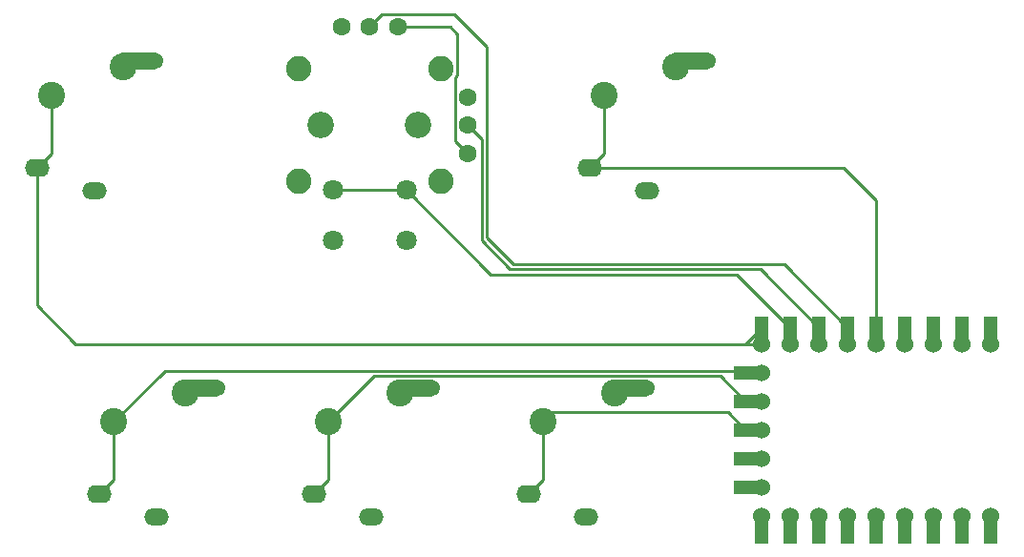
<source format=gbr>
%TF.GenerationSoftware,KiCad,Pcbnew,7.0.8*%
%TF.CreationDate,2024-01-07T19:03:19+09:00*%
%TF.ProjectId,coolpad29,636f6f6c-7061-4643-9239-2e6b69636164,rev?*%
%TF.SameCoordinates,Original*%
%TF.FileFunction,Copper,L1,Top*%
%TF.FilePolarity,Positive*%
%FSLAX46Y46*%
G04 Gerber Fmt 4.6, Leading zero omitted, Abs format (unit mm)*
G04 Created by KiCad (PCBNEW 7.0.8) date 2024-01-07 19:03:19*
%MOMM*%
%LPD*%
G01*
G04 APERTURE LIST*
G04 Aperture macros list*
%AMHorizOval*
0 Thick line with rounded ends*
0 $1 width*
0 $2 $3 position (X,Y) of the first rounded end (center of the circle)*
0 $4 $5 position (X,Y) of the second rounded end (center of the circle)*
0 Add line between two ends*
20,1,$1,$2,$3,$4,$5,0*
0 Add two circle primitives to create the rounded ends*
1,1,$1,$2,$3*
1,1,$1,$4,$5*%
G04 Aperture macros list end*
%TA.AperFunction,ComponentPad*%
%ADD10C,2.250000*%
%TD*%
%TA.AperFunction,ComponentPad*%
%ADD11C,2.350000*%
%TD*%
%TA.AperFunction,ComponentPad*%
%ADD12C,1.600000*%
%TD*%
%TA.AperFunction,ComponentPad*%
%ADD13C,1.800000*%
%TD*%
%TA.AperFunction,ComponentPad*%
%ADD14O,2.200000X1.600000*%
%TD*%
%TA.AperFunction,ComponentPad*%
%ADD15C,2.400000*%
%TD*%
%TA.AperFunction,ComponentPad*%
%ADD16O,2.200000X1.500000*%
%TD*%
%TA.AperFunction,ComponentPad*%
%ADD17HorizOval,1.500000X1.449945X0.012653X-1.449945X-0.012653X0*%
%TD*%
%TA.AperFunction,ComponentPad*%
%ADD18C,1.524000*%
%TD*%
%TA.AperFunction,SMDPad,CuDef*%
%ADD19R,1.200000X2.000000*%
%TD*%
%TA.AperFunction,SMDPad,CuDef*%
%ADD20R,2.000000X1.200000*%
%TD*%
%TA.AperFunction,Conductor*%
%ADD21C,0.250000*%
%TD*%
G04 APERTURE END LIST*
D10*
%TO.P,J1,*%
%TO.N,*%
X1275000Y-10470000D03*
X1275000Y-20470000D03*
D11*
X3300000Y-15470000D03*
X11900000Y-15470000D03*
D10*
X13925000Y-10470000D03*
X13925000Y-20470000D03*
D12*
%TO.P,J1,1,Pin_1*%
%TO.N,VCC*%
X10100000Y-6740000D03*
%TO.P,J1,5,Pin_5*%
%TO.N,GND*%
X16330000Y-12970000D03*
%TO.P,J1,2,Pin_2*%
%TO.N,joy_x*%
X7600000Y-6740000D03*
%TO.P,J1,3,Pin_3*%
%TO.N,joy_y*%
X16330000Y-15470000D03*
D13*
%TO.P,J1,4,Pin_4*%
%TO.N,sw6*%
X4350000Y-21220000D03*
%TO.P,J1,5,Pin_5*%
%TO.N,GND*%
X4350000Y-25720000D03*
D12*
X5100000Y-6740000D03*
D13*
%TO.P,J1,4,Pin_4*%
%TO.N,sw6*%
X10850000Y-21220000D03*
%TO.P,J1,5,Pin_5*%
%TO.N,GND*%
X10850000Y-25720000D03*
D12*
%TO.P,J1,1,Pin_1*%
%TO.N,VCC*%
X16330000Y-17970000D03*
%TD*%
D14*
%TO.P,SW2,1,1*%
%TO.N,sw2*%
X2650000Y-48240000D03*
D15*
X3940000Y-41800000D03*
D16*
%TO.P,SW2,2,2*%
%TO.N,GND*%
X7750000Y-50240000D03*
D15*
X10290000Y-39260000D03*
D17*
X11650042Y-38799599D03*
%TD*%
D14*
%TO.P,SW1,1,1*%
%TO.N,sw1*%
X-16400000Y-48240000D03*
D15*
X-15110000Y-41800000D03*
D16*
%TO.P,SW1,2,2*%
%TO.N,GND*%
X-11300000Y-50240000D03*
D15*
X-8760000Y-39260000D03*
D17*
X-7399958Y-38799599D03*
%TD*%
D14*
%TO.P,SW5,1,1*%
%TO.N,sw5*%
X27120000Y-19240000D03*
D15*
X28410000Y-12800000D03*
D16*
%TO.P,SW5,2,2*%
%TO.N,GND*%
X32220000Y-21240000D03*
D15*
X34760000Y-10260000D03*
D17*
X36120042Y-9799599D03*
%TD*%
D14*
%TO.P,SW3,1,1*%
%TO.N,sw3*%
X21700000Y-48240000D03*
D15*
X22990000Y-41800000D03*
D16*
%TO.P,SW3,2,2*%
%TO.N,GND*%
X26800000Y-50240000D03*
D15*
X29340000Y-39260000D03*
D17*
X30700042Y-38799599D03*
%TD*%
D14*
%TO.P,SW4,1,1*%
%TO.N,sw4*%
X-21920000Y-19240000D03*
D15*
X-20630000Y-12800000D03*
D16*
%TO.P,SW4,2,2*%
%TO.N,GND*%
X-16820000Y-21240000D03*
D15*
X-14280000Y-10260000D03*
D17*
X-12919958Y-9799599D03*
%TD*%
D18*
%TO.P,U2,0,GP0*%
%TO.N,unconnected-(U2-GP0-Pad0)*%
X62730000Y-50140000D03*
D19*
X62730000Y-51610000D03*
D18*
%TO.P,U2,1,GP1*%
%TO.N,unconnected-(U2-GP1-Pad1)*%
X60190000Y-50140000D03*
D19*
X60190000Y-51610000D03*
D18*
%TO.P,U2,2,GP2*%
%TO.N,unconnected-(U2-GP2-Pad2)*%
X57650000Y-50140000D03*
D19*
X57650000Y-51610000D03*
D18*
%TO.P,U2,3,GP3*%
%TO.N,unconnected-(U2-GP3-Pad3)*%
X55110000Y-50140000D03*
D19*
X55110000Y-51610000D03*
D18*
%TO.P,U2,4,GP4*%
%TO.N,unconnected-(U2-GP4-Pad4)*%
X52570000Y-50140000D03*
D19*
X52570000Y-51610000D03*
D18*
%TO.P,U2,5,GP5*%
%TO.N,unconnected-(U2-GP5-Pad5)*%
X50030000Y-50140000D03*
D19*
X50030000Y-51610000D03*
D18*
%TO.P,U2,6,GP6*%
%TO.N,unconnected-(U2-GP6-Pad6)*%
X47490000Y-50140000D03*
D19*
X47490000Y-51610000D03*
D18*
%TO.P,U2,7,GP7*%
%TO.N,unconnected-(U2-GP7-Pad7)*%
X44950000Y-50140000D03*
D19*
X44950000Y-51610000D03*
D18*
%TO.P,U2,8,GP8*%
%TO.N,unconnected-(U2-GP8-Pad8)*%
X42410000Y-50140000D03*
D19*
X42410000Y-51610000D03*
D18*
%TO.P,U2,9,GP9*%
%TO.N,unconnected-(U2-GP9-Pad9)*%
X42410000Y-47600000D03*
D20*
X40960000Y-47600000D03*
D18*
%TO.P,U2,10,GP10*%
%TO.N,unconnected-(U2-GP10-Pad10)*%
X42410000Y-45060000D03*
D20*
X40960000Y-45060000D03*
D18*
%TO.P,U2,11,GP11*%
%TO.N,sw3*%
X42410000Y-42520000D03*
D20*
X40950000Y-42520000D03*
D18*
%TO.P,U2,12,GP12*%
%TO.N,sw2*%
X42410000Y-39980000D03*
D20*
X40970000Y-39980000D03*
D18*
%TO.P,U2,13,GP13*%
%TO.N,sw1*%
X42410000Y-37440000D03*
D20*
X40960000Y-37440000D03*
D19*
%TO.P,U2,14,GP14*%
%TO.N,sw4*%
X42410000Y-33430000D03*
D18*
X42410000Y-34900000D03*
D19*
%TO.P,U2,15,GP15*%
%TO.N,sw6*%
X44950000Y-33430000D03*
D18*
X44950000Y-34900000D03*
D19*
%TO.P,U2,26,GP26*%
%TO.N,joy_y*%
X47490000Y-33430000D03*
D18*
X47490000Y-34900000D03*
D19*
%TO.P,U2,27,GP27*%
%TO.N,joy_x*%
X50030000Y-33430000D03*
D18*
X50030000Y-34900000D03*
D19*
%TO.P,U2,28,GP28*%
%TO.N,sw5*%
X52570000Y-33430000D03*
D18*
X52570000Y-34900000D03*
D19*
%TO.P,U2,29,GP29*%
%TO.N,unconnected-(U2-GP29-Pad29)*%
X55110000Y-33430000D03*
D18*
X55110000Y-34900000D03*
D19*
%TO.P,U2,30,3V3*%
%TO.N,unconnected-(U2-3V3-Pad30)*%
X57650000Y-33430000D03*
D18*
X57650000Y-34900000D03*
D19*
%TO.P,U2,31,GND*%
%TO.N,GND*%
X60190000Y-33430000D03*
D18*
X60190000Y-34900000D03*
D19*
%TO.P,U2,32,5V*%
%TO.N,VCC*%
X62730000Y-33430000D03*
D18*
X62730000Y-34900000D03*
%TD*%
D21*
%TO.N,VCC*%
X15205000Y-12710000D02*
X15205000Y-16845000D01*
X15205000Y-12511122D02*
X15205000Y-12710000D01*
X15375000Y-7355000D02*
X14760000Y-6740000D01*
X10100000Y-6740000D02*
X14760000Y-6740000D01*
X15375000Y-11068913D02*
X15375000Y-7355000D01*
X15205000Y-12710000D02*
X15205000Y-11238913D01*
X15205000Y-11238913D02*
X15375000Y-11068913D01*
X15205000Y-16845000D02*
X16330000Y-17970000D01*
%TO.N,sw6*%
X40220000Y-28700000D02*
X20300000Y-28700000D01*
X18330000Y-28700000D02*
X20300000Y-28700000D01*
X10850000Y-21220000D02*
X18330000Y-28700000D01*
X4350000Y-21220000D02*
X10850000Y-21220000D01*
%TO.N,sw4*%
X42410000Y-34900000D02*
X40080000Y-34900000D01*
X42410000Y-33430000D02*
X40940000Y-34900000D01*
X40940000Y-34900000D02*
X40080000Y-34900000D01*
X40080000Y-34900000D02*
X-18480000Y-34900000D01*
X42410000Y-34900000D02*
X42410000Y-33430000D01*
%TO.N,joy_x*%
X8725000Y-5615000D02*
X7600000Y-6740000D01*
X17990000Y-25430000D02*
X17990000Y-8450000D01*
X15155000Y-5615000D02*
X8725000Y-5615000D01*
X20350000Y-27790000D02*
X17990000Y-25430000D01*
X44390000Y-27790000D02*
X20350000Y-27790000D01*
X50030000Y-33430000D02*
X44390000Y-27790000D01*
X50030000Y-34900000D02*
X50030000Y-33430000D01*
X17990000Y-8450000D02*
X15155000Y-5615000D01*
%TO.N,joy_y*%
X42300000Y-28240000D02*
X20060000Y-28240000D01*
X17540000Y-16680000D02*
X16330000Y-15470000D01*
X20060000Y-28240000D02*
X17540000Y-25720000D01*
X17540000Y-25720000D02*
X17540000Y-16680000D01*
X47490000Y-34900000D02*
X47490000Y-33430000D01*
X47490000Y-33430000D02*
X42300000Y-28240000D01*
%TO.N,sw3*%
X42410000Y-42520000D02*
X40950000Y-42520000D01*
X22990000Y-46950000D02*
X21700000Y-48240000D01*
X23835811Y-40954189D02*
X22990000Y-41800000D01*
X39384189Y-40954189D02*
X23835811Y-40954189D01*
X22990000Y-41800000D02*
X22990000Y-46950000D01*
X40950000Y-42520000D02*
X39384189Y-40954189D01*
%TO.N,sw1*%
X40760000Y-37240000D02*
X40960000Y-37440000D01*
X-15110000Y-41800000D02*
X-10550000Y-37240000D01*
X-16400000Y-48240000D02*
X-15110000Y-46950000D01*
X42410000Y-37440000D02*
X40960000Y-37440000D01*
X-15110000Y-46950000D02*
X-15110000Y-41800000D01*
X-10550000Y-37240000D02*
X40760000Y-37240000D01*
%TO.N,sw2*%
X8028025Y-37711975D02*
X3940000Y-41800000D01*
X3940000Y-46950000D02*
X2650000Y-48240000D01*
X38701975Y-37711975D02*
X8028025Y-37711975D01*
X40970000Y-39980000D02*
X38701975Y-37711975D01*
X42410000Y-39980000D02*
X40970000Y-39980000D01*
X3940000Y-41800000D02*
X3940000Y-46950000D01*
%TO.N,sw6*%
X44950000Y-34900000D02*
X44950000Y-33430000D01*
X44950000Y-33430000D02*
X40220000Y-28700000D01*
%TO.N,sw4*%
X-20630000Y-17950000D02*
X-21920000Y-19240000D01*
X-21920000Y-31460000D02*
X-21920000Y-19240000D01*
X-20630000Y-12800000D02*
X-20630000Y-17950000D01*
X-18480000Y-34900000D02*
X-21920000Y-31460000D01*
%TO.N,sw5*%
X52570000Y-22150000D02*
X52570000Y-34900000D01*
X27120000Y-19240000D02*
X49660000Y-19240000D01*
X28410000Y-17950000D02*
X27120000Y-19240000D01*
X49660000Y-19240000D02*
X52570000Y-22150000D01*
X28410000Y-12800000D02*
X28410000Y-17950000D01*
%TD*%
M02*

</source>
